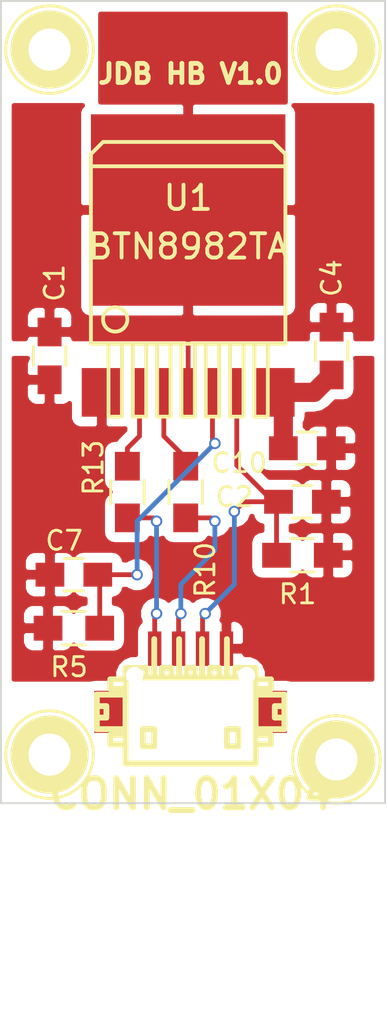
<source format=kicad_pcb>
(kicad_pcb (version 4) (host pcbnew 0.201508241000+6117~28~ubuntu14.04.1-product)

  (general
    (links 21)
    (no_connects 0)
    (area 140.665999 62.375 161.063 117.475001)
    (thickness 1.6)
    (drawings 6)
    (tracks 54)
    (zones 0)
    (modules 15)
    (nets 10)
  )

  (page A4)
  (layers
    (0 F.Cu signal)
    (31 B.Cu signal)
    (33 F.Adhes user)
    (35 F.Paste user)
    (37 F.SilkS user)
    (39 F.Mask user)
    (40 Dwgs.User user)
    (41 Cmts.User user)
    (42 Eco1.User user)
    (43 Eco2.User user)
    (44 Edge.Cuts user)
    (45 Margin user)
    (47 F.CrtYd user)
    (49 F.Fab user)
  )

  (setup
    (last_trace_width 0.25)
    (trace_clearance 0.2)
    (zone_clearance 0.508)
    (zone_45_only no)
    (trace_min 0.2)
    (segment_width 0.2)
    (edge_width 0.1)
    (via_size 0.6)
    (via_drill 0.4)
    (via_min_size 0.4)
    (via_min_drill 0.3)
    (uvia_size 0.3)
    (uvia_drill 0.1)
    (uvias_allowed no)
    (uvia_min_size 0.2)
    (uvia_min_drill 0.1)
    (pcb_text_width 0.3)
    (pcb_text_size 1.5 1.5)
    (mod_edge_width 0.15)
    (mod_text_size 1 1)
    (mod_text_width 0.15)
    (pad_size 4.064 4.064)
    (pad_drill 2.2)
    (pad_to_mask_clearance 0)
    (aux_axis_origin 0 0)
    (visible_elements FFFEFF7F)
    (pcbplotparams
      (layerselection 0x010a0_80000001)
      (usegerberextensions false)
      (excludeedgelayer true)
      (linewidth 0.100000)
      (plotframeref false)
      (viasonmask false)
      (mode 1)
      (useauxorigin false)
      (hpglpennumber 1)
      (hpglpenspeed 20)
      (hpglpendiameter 15)
      (hpglpenoverlay 2)
      (psnegative false)
      (psa4output false)
      (plotreference true)
      (plotvalue true)
      (plotinvisibletext false)
      (padsonsilk false)
      (subtractmaskfromsilk false)
      (outputformat 1)
      (mirror false)
      (drillshape 0)
      (scaleselection 1)
      (outputdirectory ""))
  )

  (net 0 "")
  (net 1 GND)
  (net 2 MOTOR_OUT)
  (net 3 VCC)
  (net 4 SR)
  (net 5 IS)
  (net 6 "Net-(P3-Pad3)")
  (net 7 INH)
  (net 8 IN)
  (net 9 "Net-(P3-Pad4)")

  (net_class Default "This is the default net class."
    (clearance 0.2)
    (trace_width 0.25)
    (via_dia 0.6)
    (via_drill 0.4)
    (uvia_dia 0.3)
    (uvia_drill 0.1)
    (add_net IN)
    (add_net INH)
    (add_net IS)
    (add_net MOTOR_OUT)
    (add_net "Net-(P3-Pad3)")
    (add_net "Net-(P3-Pad4)")
    (add_net SR)
  )

  (net_class Power ""
    (clearance 0.2)
    (trace_width 1)
    (via_dia 0.6)
    (via_drill 0.4)
    (uvia_dia 0.3)
    (uvia_drill 0.1)
    (add_net GND)
    (add_net VCC)
  )

  (module w_conn_df13:df13-4p-125h (layer F.Cu) (tedit 55E37FAE) (tstamp 55E25A27)
    (at 150.622 101.346)
    (descr "Hirose DF13 series, DF13-4P-1.25H")
    (path /55E24B63)
    (fp_text reference P3 (at 4.064 -5.588) (layer F.SilkS) hide
      (effects (font (thickness 0.3048)))
    )
    (fp_text value CONN_01X04 (at 0 4.09956) (layer F.SilkS)
      (effects (font (thickness 0.3048)))
    )
    (fp_line (start -3.40106 2.49936) (end 3.40106 2.49936) (layer F.SilkS) (width 0.3048))
    (fp_line (start -3.40106 -1.99898) (end 3.40106 -1.99898) (layer F.SilkS) (width 0.3048))
    (fp_line (start 1.00076 -1.99898) (end 1.00076 -2.49936) (layer F.SilkS) (width 0.3048))
    (fp_line (start 1.4986 -2.49936) (end 1.4986 -1.99898) (layer F.SilkS) (width 0.3048))
    (fp_line (start 0.99822 -2.49936) (end 1.4986 -2.49936) (layer F.SilkS) (width 0.3048))
    (fp_line (start -1.50114 -2.49936) (end -1.00076 -2.49936) (layer F.SilkS) (width 0.3048))
    (fp_line (start -1.00076 -2.49936) (end -1.00076 -1.99898) (layer F.SilkS) (width 0.3048))
    (fp_line (start 0.20066 -2.49936) (end -0.20066 -2.49936) (layer F.SilkS) (width 0.3048))
    (fp_line (start -0.20066 -2.49936) (end -0.20066 -1.99898) (layer F.SilkS) (width 0.3048))
    (fp_line (start 0.20066 -2.49936) (end 0.20066 -1.99898) (layer F.SilkS) (width 0.3048))
    (fp_line (start -0.59944 -1.99898) (end -0.59944 -4.0005) (layer F.SilkS) (width 0.3048))
    (fp_line (start -1.4986 -1.99898) (end -1.4986 -2.49936) (layer F.SilkS) (width 0.3048))
    (fp_line (start 0.59944 -1.99898) (end 0.59944 -4.0005) (layer F.SilkS) (width 0.3048))
    (fp_line (start -1.89738 -4.0005) (end -1.89738 -1.99898) (layer F.SilkS) (width 0.3048))
    (fp_line (start 1.89738 -1.99898) (end 1.89738 -4.0005) (layer F.SilkS) (width 0.3048))
    (fp_line (start 2.2987 -2.49936) (end 2.2987 -1.99898) (layer F.SilkS) (width 0.3048))
    (fp_line (start -2.2987 -2.49936) (end -2.2987 -1.99898) (layer F.SilkS) (width 0.3048))
    (fp_line (start 4.89712 0.70104) (end 3.49758 0.70104) (layer F.SilkS) (width 0.3048))
    (fp_line (start 4.39928 0.09906) (end 4.39928 -0.50038) (layer F.SilkS) (width 0.3048))
    (fp_line (start 4.89966 -0.50038) (end 4.39928 -0.50038) (layer F.SilkS) (width 0.3048))
    (fp_line (start 4.89966 0.09906) (end 4.39928 0.09906) (layer F.SilkS) (width 0.3048))
    (fp_line (start 4.19862 0.99822) (end 4.19862 1.4986) (layer F.SilkS) (width 0.3048))
    (fp_line (start 4.19862 1.4986) (end 3.39852 1.4986) (layer F.SilkS) (width 0.3048))
    (fp_line (start 3.39852 0.99822) (end 4.19862 0.99822) (layer F.SilkS) (width 0.3048))
    (fp_line (start 4.89966 -1.09982) (end 4.89966 0.70104) (layer F.SilkS) (width 0.3048))
    (fp_line (start 4.89712 -1.09982) (end 3.39852 -1.09982) (layer F.SilkS) (width 0.3048))
    (fp_line (start 3.39852 -1.89992) (end 4.19862 -1.89992) (layer F.SilkS) (width 0.3048))
    (fp_line (start 4.19862 -1.39954) (end 3.39852 -1.39954) (layer F.SilkS) (width 0.3048))
    (fp_line (start 4.19862 -1.89992) (end 4.19862 -1.39954) (layer F.SilkS) (width 0.3048))
    (fp_line (start -3.39852 1.00076) (end -4.19862 1.00076) (layer F.SilkS) (width 0.3048))
    (fp_line (start -4.19862 1.00076) (end -4.19862 1.50114) (layer F.SilkS) (width 0.3048))
    (fp_line (start -4.19862 1.50114) (end -3.39852 1.50114) (layer F.SilkS) (width 0.3048))
    (fp_line (start -4.19862 -1.89992) (end -4.19862 -1.39954) (layer F.SilkS) (width 0.3048))
    (fp_line (start -3.39852 -1.39954) (end -4.19862 -1.39954) (layer F.SilkS) (width 0.3048))
    (fp_line (start -4.19862 -1.89992) (end -3.39852 -1.89992) (layer F.SilkS) (width 0.3048))
    (fp_line (start -4.39674 0.09906) (end -4.89712 0.09906) (layer F.SilkS) (width 0.3048))
    (fp_line (start -4.39674 -0.50038) (end -4.89712 -0.50038) (layer F.SilkS) (width 0.3048))
    (fp_line (start -4.39674 0.09906) (end -4.39674 -0.50038) (layer F.SilkS) (width 0.3048))
    (fp_line (start -3.39852 -1.09982) (end -4.89712 -1.09982) (layer F.SilkS) (width 0.3048))
    (fp_line (start -4.89712 -1.09982) (end -4.89712 0.70104) (layer F.SilkS) (width 0.3048))
    (fp_line (start -4.89712 0.70104) (end -3.39852 0.70104) (layer F.SilkS) (width 0.3048))
    (fp_line (start 3.39852 -2.49936) (end 3.39852 2.49936) (layer F.SilkS) (width 0.3048))
    (fp_line (start -3.39852 2.49936) (end -3.39852 -2.49936) (layer F.SilkS) (width 0.3048))
    (fp_line (start 1.89738 0.6985) (end 2.49682 0.6985) (layer F.SilkS) (width 0.3048))
    (fp_line (start 2.49682 0.6985) (end 2.49682 1.6002) (layer F.SilkS) (width 0.3048))
    (fp_line (start 2.49682 1.6002) (end 1.89738 1.6002) (layer F.SilkS) (width 0.3048))
    (fp_line (start 1.89738 1.6002) (end 1.89738 0.6985) (layer F.SilkS) (width 0.3048))
    (fp_line (start -2.49682 1.6002) (end -1.89738 1.6002) (layer F.SilkS) (width 0.3048))
    (fp_line (start -1.89738 1.6002) (end -1.89738 0.6985) (layer F.SilkS) (width 0.3048))
    (fp_line (start -1.89738 0.6985) (end -2.49682 0.6985) (layer F.SilkS) (width 0.3048))
    (fp_line (start -2.49682 0.6985) (end -2.49682 1.6002) (layer F.SilkS) (width 0.3048))
    (fp_line (start -2.2987 -2.49936) (end -3.39852 -2.49936) (layer F.SilkS) (width 0.3048))
    (fp_line (start 3.39852 -2.49936) (end 2.2987 -2.49936) (layer F.SilkS) (width 0.3048))
    (pad 1 smd rect (at 1.87452 -3.50012) (size 0.70104 1.80086) (layers F.Cu F.Paste F.Mask)
      (net 1 GND))
    (pad 2 smd rect (at 0.62484 -3.50012) (size 0.70104 1.80086) (layers F.Cu F.Paste F.Mask)
      (net 5 IS))
    (pad "" smd rect (at -4.22402 -0.20066) (size 1.6002 2.19964) (layers F.Cu F.Paste F.Mask))
    (pad "" smd rect (at 4.22402 -0.20066) (size 1.6002 2.19964) (layers F.Cu F.Paste F.Mask))
    (pad 3 smd rect (at -0.62484 -3.50012) (size 0.70104 1.80086) (layers F.Cu F.Paste F.Mask)
      (net 6 "Net-(P3-Pad3)"))
    (pad 4 smd rect (at -1.87452 -3.50012) (size 0.70104 1.80086) (layers F.Cu F.Paste F.Mask)
      (net 9 "Net-(P3-Pad4)"))
    (pad "" np_thru_hole circle (at -2.92608 -2.10058) (size 0.89916 0.89916) (drill 0.89916) (layers *.Cu *.Mask F.SilkS))
    (pad "" np_thru_hole circle (at 2.92608 -2.10058) (size 0.89916 0.89916) (drill 0.89916) (layers *.Cu *.Mask F.SilkS))
    (model walter/conn_df13/df13-4p-125h.wrl
      (at (xyz 0 0 0))
      (scale (xyz 1 1 1))
      (rotate (xyz 0 0 0))
    )
  )

  (module Capacitors_SMD:C_0805_HandSoldering (layer F.Cu) (tedit 55E37F94) (tstamp 55E2572F)
    (at 143.256 82.55 90)
    (descr "Capacitor SMD 0805, hand soldering")
    (tags "capacitor 0805")
    (path /55DE1484)
    (attr smd)
    (fp_text reference C1 (at 3.81 0.254 90) (layer F.SilkS)
      (effects (font (size 1 1) (thickness 0.15)))
    )
    (fp_text value 220nF (at 0 2.1 90) (layer F.Fab)
      (effects (font (size 1 1) (thickness 0.15)))
    )
    (fp_line (start -2.3 -1) (end 2.3 -1) (layer F.CrtYd) (width 0.05))
    (fp_line (start -2.3 1) (end 2.3 1) (layer F.CrtYd) (width 0.05))
    (fp_line (start -2.3 -1) (end -2.3 1) (layer F.CrtYd) (width 0.05))
    (fp_line (start 2.3 -1) (end 2.3 1) (layer F.CrtYd) (width 0.05))
    (fp_line (start 0.5 -0.85) (end -0.5 -0.85) (layer F.SilkS) (width 0.15))
    (fp_line (start -0.5 0.85) (end 0.5 0.85) (layer F.SilkS) (width 0.15))
    (pad 1 smd rect (at -1.25 0 90) (size 1.5 1.25) (layers F.Cu F.Paste F.Mask)
      (net 1 GND))
    (pad 2 smd rect (at 1.25 0 90) (size 1.5 1.25) (layers F.Cu F.Paste F.Mask)
      (net 2 MOTOR_OUT))
    (model Capacitors_SMD.3dshapes/C_0805_HandSoldering.wrl
      (at (xyz 0 0 0))
      (scale (xyz 1 1 1))
      (rotate (xyz 0 0 0))
    )
  )

  (module Capacitors_SMD:C_0805_HandSoldering (layer F.Cu) (tedit 55E37F98) (tstamp 55E25735)
    (at 157.988 82.296 90)
    (descr "Capacitor SMD 0805, hand soldering")
    (tags "capacitor 0805")
    (path /55DE12C3)
    (attr smd)
    (fp_text reference C4 (at 3.81 0 90) (layer F.SilkS)
      (effects (font (size 1 1) (thickness 0.15)))
    )
    (fp_text value 220nF (at 0 2.1 90) (layer F.Fab)
      (effects (font (size 1 1) (thickness 0.15)))
    )
    (fp_line (start -2.3 -1) (end 2.3 -1) (layer F.CrtYd) (width 0.05))
    (fp_line (start -2.3 1) (end 2.3 1) (layer F.CrtYd) (width 0.05))
    (fp_line (start -2.3 -1) (end -2.3 1) (layer F.CrtYd) (width 0.05))
    (fp_line (start 2.3 -1) (end 2.3 1) (layer F.CrtYd) (width 0.05))
    (fp_line (start 0.5 -0.85) (end -0.5 -0.85) (layer F.SilkS) (width 0.15))
    (fp_line (start -0.5 0.85) (end 0.5 0.85) (layer F.SilkS) (width 0.15))
    (pad 1 smd rect (at -1.25 0 90) (size 1.5 1.25) (layers F.Cu F.Paste F.Mask)
      (net 3 VCC))
    (pad 2 smd rect (at 1.25 0 90) (size 1.5 1.25) (layers F.Cu F.Paste F.Mask)
      (net 2 MOTOR_OUT))
    (model Capacitors_SMD.3dshapes/C_0805_HandSoldering.wrl
      (at (xyz 0 0 0))
      (scale (xyz 1 1 1))
      (rotate (xyz 0 0 0))
    )
  )

  (module Capacitors_SMD:C_0805_HandSoldering (layer F.Cu) (tedit 55E37FB7) (tstamp 55E2573B)
    (at 144.526 93.98 180)
    (descr "Capacitor SMD 0805, hand soldering")
    (tags "capacitor 0805")
    (path /55DBEE61)
    (attr smd)
    (fp_text reference C7 (at 0.508 1.778 180) (layer F.SilkS)
      (effects (font (size 1 1) (thickness 0.15)))
    )
    (fp_text value 100nF (at 0 2.1 180) (layer F.Fab)
      (effects (font (size 1 1) (thickness 0.15)))
    )
    (fp_line (start -2.3 -1) (end 2.3 -1) (layer F.CrtYd) (width 0.05))
    (fp_line (start -2.3 1) (end 2.3 1) (layer F.CrtYd) (width 0.05))
    (fp_line (start -2.3 -1) (end -2.3 1) (layer F.CrtYd) (width 0.05))
    (fp_line (start 2.3 -1) (end 2.3 1) (layer F.CrtYd) (width 0.05))
    (fp_line (start 0.5 -0.85) (end -0.5 -0.85) (layer F.SilkS) (width 0.15))
    (fp_line (start -0.5 0.85) (end 0.5 0.85) (layer F.SilkS) (width 0.15))
    (pad 1 smd rect (at -1.25 0 180) (size 1.5 1.25) (layers F.Cu F.Paste F.Mask)
      (net 4 SR))
    (pad 2 smd rect (at 1.25 0 180) (size 1.5 1.25) (layers F.Cu F.Paste F.Mask)
      (net 1 GND))
    (model Capacitors_SMD.3dshapes/C_0805_HandSoldering.wrl
      (at (xyz 0 0 0))
      (scale (xyz 1 1 1))
      (rotate (xyz 0 0 0))
    )
  )

  (module Capacitors_SMD:C_0805_HandSoldering (layer F.Cu) (tedit 55E37FC5) (tstamp 55E25741)
    (at 156.718 87.376)
    (descr "Capacitor SMD 0805, hand soldering")
    (tags "capacitor 0805")
    (path /55DEF47B)
    (attr smd)
    (fp_text reference C10 (at -3.556 0.762) (layer F.SilkS)
      (effects (font (size 1 1) (thickness 0.15)))
    )
    (fp_text value 100nF (at 0 2.1) (layer F.Fab)
      (effects (font (size 1 1) (thickness 0.15)))
    )
    (fp_line (start -2.3 -1) (end 2.3 -1) (layer F.CrtYd) (width 0.05))
    (fp_line (start -2.3 1) (end 2.3 1) (layer F.CrtYd) (width 0.05))
    (fp_line (start -2.3 -1) (end -2.3 1) (layer F.CrtYd) (width 0.05))
    (fp_line (start 2.3 -1) (end 2.3 1) (layer F.CrtYd) (width 0.05))
    (fp_line (start 0.5 -0.85) (end -0.5 -0.85) (layer F.SilkS) (width 0.15))
    (fp_line (start -0.5 0.85) (end 0.5 0.85) (layer F.SilkS) (width 0.15))
    (pad 1 smd rect (at -1.25 0) (size 1.5 1.25) (layers F.Cu F.Paste F.Mask)
      (net 3 VCC))
    (pad 2 smd rect (at 1.25 0) (size 1.5 1.25) (layers F.Cu F.Paste F.Mask)
      (net 1 GND))
    (model Capacitors_SMD.3dshapes/C_0805_HandSoldering.wrl
      (at (xyz 0 0 0))
      (scale (xyz 1 1 1))
      (rotate (xyz 0 0 0))
    )
  )

  (module Resistors_SMD:R_0805_HandSoldering (layer F.Cu) (tedit 55E37FBA) (tstamp 55E25753)
    (at 156.464 92.964)
    (descr "Resistor SMD 0805, hand soldering")
    (tags "resistor 0805")
    (path /55DE33DD)
    (attr smd)
    (fp_text reference R1 (at -0.254 2.032) (layer F.SilkS)
      (effects (font (size 1 1) (thickness 0.15)))
    )
    (fp_text value 1k (at 0 2.1) (layer F.Fab)
      (effects (font (size 1 1) (thickness 0.15)))
    )
    (fp_line (start -2.4 -1) (end 2.4 -1) (layer F.CrtYd) (width 0.05))
    (fp_line (start -2.4 1) (end 2.4 1) (layer F.CrtYd) (width 0.05))
    (fp_line (start -2.4 -1) (end -2.4 1) (layer F.CrtYd) (width 0.05))
    (fp_line (start 2.4 -1) (end 2.4 1) (layer F.CrtYd) (width 0.05))
    (fp_line (start 0.6 0.875) (end -0.6 0.875) (layer F.SilkS) (width 0.15))
    (fp_line (start -0.6 -0.875) (end 0.6 -0.875) (layer F.SilkS) (width 0.15))
    (pad 1 smd rect (at -1.35 0) (size 1.5 1.3) (layers F.Cu F.Paste F.Mask)
      (net 5 IS))
    (pad 2 smd rect (at 1.35 0) (size 1.5 1.3) (layers F.Cu F.Paste F.Mask)
      (net 1 GND))
    (model Resistors_SMD.3dshapes/R_0805_HandSoldering.wrl
      (at (xyz 0 0 0))
      (scale (xyz 1 1 1))
      (rotate (xyz 0 0 0))
    )
  )

  (module Resistors_SMD:R_0805_HandSoldering (layer F.Cu) (tedit 55E37FB4) (tstamp 55E25759)
    (at 144.526 96.774 180)
    (descr "Resistor SMD 0805, hand soldering")
    (tags "resistor 0805")
    (path /55DBED84)
    (attr smd)
    (fp_text reference R5 (at 0.254 -2.032 180) (layer F.SilkS)
      (effects (font (size 1 1) (thickness 0.15)))
    )
    (fp_text value 0.51k (at 0 2.1 180) (layer F.Fab)
      (effects (font (size 1 1) (thickness 0.15)))
    )
    (fp_line (start -2.4 -1) (end 2.4 -1) (layer F.CrtYd) (width 0.05))
    (fp_line (start -2.4 1) (end 2.4 1) (layer F.CrtYd) (width 0.05))
    (fp_line (start -2.4 -1) (end -2.4 1) (layer F.CrtYd) (width 0.05))
    (fp_line (start 2.4 -1) (end 2.4 1) (layer F.CrtYd) (width 0.05))
    (fp_line (start 0.6 0.875) (end -0.6 0.875) (layer F.SilkS) (width 0.15))
    (fp_line (start -0.6 -0.875) (end 0.6 -0.875) (layer F.SilkS) (width 0.15))
    (pad 1 smd rect (at -1.35 0 180) (size 1.5 1.3) (layers F.Cu F.Paste F.Mask)
      (net 4 SR))
    (pad 2 smd rect (at 1.35 0 180) (size 1.5 1.3) (layers F.Cu F.Paste F.Mask)
      (net 1 GND))
    (model Resistors_SMD.3dshapes/R_0805_HandSoldering.wrl
      (at (xyz 0 0 0))
      (scale (xyz 1 1 1))
      (rotate (xyz 0 0 0))
    )
  )

  (module Resistors_SMD:R_0805_HandSoldering (layer F.Cu) (tedit 55E37FC9) (tstamp 55E2575F)
    (at 150.368 89.662 90)
    (descr "Resistor SMD 0805, hand soldering")
    (tags "resistor 0805")
    (path /55DD4622)
    (attr smd)
    (fp_text reference R10 (at -4.064 1.016 90) (layer F.SilkS)
      (effects (font (size 1 1) (thickness 0.15)))
    )
    (fp_text value 10k (at 0 2.1 90) (layer F.Fab)
      (effects (font (size 1 1) (thickness 0.15)))
    )
    (fp_line (start -2.4 -1) (end 2.4 -1) (layer F.CrtYd) (width 0.05))
    (fp_line (start -2.4 1) (end 2.4 1) (layer F.CrtYd) (width 0.05))
    (fp_line (start -2.4 -1) (end -2.4 1) (layer F.CrtYd) (width 0.05))
    (fp_line (start 2.4 -1) (end 2.4 1) (layer F.CrtYd) (width 0.05))
    (fp_line (start 0.6 0.875) (end -0.6 0.875) (layer F.SilkS) (width 0.15))
    (fp_line (start -0.6 -0.875) (end 0.6 -0.875) (layer F.SilkS) (width 0.15))
    (pad 1 smd rect (at -1.35 0 90) (size 1.5 1.3) (layers F.Cu F.Paste F.Mask)
      (net 6 "Net-(P3-Pad3)"))
    (pad 2 smd rect (at 1.35 0 90) (size 1.5 1.3) (layers F.Cu F.Paste F.Mask)
      (net 7 INH))
    (model Resistors_SMD.3dshapes/R_0805_HandSoldering.wrl
      (at (xyz 0 0 0))
      (scale (xyz 1 1 1))
      (rotate (xyz 0 0 0))
    )
  )

  (module Resistors_SMD:R_0805_HandSoldering (layer F.Cu) (tedit 55E37FCC) (tstamp 55E25765)
    (at 147.32 89.662 90)
    (descr "Resistor SMD 0805, hand soldering")
    (tags "resistor 0805")
    (path /55DD44FF)
    (attr smd)
    (fp_text reference R13 (at 1.27 -1.778 90) (layer F.SilkS)
      (effects (font (size 1 1) (thickness 0.15)))
    )
    (fp_text value 10k (at 0 2.1 90) (layer F.Fab)
      (effects (font (size 1 1) (thickness 0.15)))
    )
    (fp_line (start -2.4 -1) (end 2.4 -1) (layer F.CrtYd) (width 0.05))
    (fp_line (start -2.4 1) (end 2.4 1) (layer F.CrtYd) (width 0.05))
    (fp_line (start -2.4 -1) (end -2.4 1) (layer F.CrtYd) (width 0.05))
    (fp_line (start 2.4 -1) (end 2.4 1) (layer F.CrtYd) (width 0.05))
    (fp_line (start 0.6 0.875) (end -0.6 0.875) (layer F.SilkS) (width 0.15))
    (fp_line (start -0.6 -0.875) (end 0.6 -0.875) (layer F.SilkS) (width 0.15))
    (pad 1 smd rect (at -1.35 0 90) (size 1.5 1.3) (layers F.Cu F.Paste F.Mask)
      (net 9 "Net-(P3-Pad4)"))
    (pad 2 smd rect (at 1.35 0 90) (size 1.5 1.3) (layers F.Cu F.Paste F.Mask)
      (net 8 IN))
    (model Resistors_SMD.3dshapes/R_0805_HandSoldering.wrl
      (at (xyz 0 0 0))
      (scale (xyz 1 1 1))
      (rotate (xyz 0 0 0))
    )
  )

  (module Capacitors_SMD:C_0805_HandSoldering (layer F.Cu) (tedit 55E37FC0) (tstamp 55E25A16)
    (at 156.464 90.17)
    (descr "Capacitor SMD 0805, hand soldering")
    (tags "capacitor 0805")
    (path /55E2466B)
    (attr smd)
    (fp_text reference C2 (at -3.556 -0.254) (layer F.SilkS)
      (effects (font (size 1 1) (thickness 0.15)))
    )
    (fp_text value 1nF (at 0 2.1) (layer F.Fab)
      (effects (font (size 1 1) (thickness 0.15)))
    )
    (fp_line (start -2.3 -1) (end 2.3 -1) (layer F.CrtYd) (width 0.05))
    (fp_line (start -2.3 1) (end 2.3 1) (layer F.CrtYd) (width 0.05))
    (fp_line (start -2.3 -1) (end -2.3 1) (layer F.CrtYd) (width 0.05))
    (fp_line (start 2.3 -1) (end 2.3 1) (layer F.CrtYd) (width 0.05))
    (fp_line (start 0.5 -0.85) (end -0.5 -0.85) (layer F.SilkS) (width 0.15))
    (fp_line (start -0.5 0.85) (end 0.5 0.85) (layer F.SilkS) (width 0.15))
    (pad 1 smd rect (at -1.25 0) (size 1.5 1.25) (layers F.Cu F.Paste F.Mask)
      (net 5 IS))
    (pad 2 smd rect (at 1.25 0) (size 1.5 1.25) (layers F.Cu F.Paste F.Mask)
      (net 1 GND))
    (model Capacitors_SMD.3dshapes/C_0805_HandSoldering.wrl
      (at (xyz 0 0 0))
      (scale (xyz 1 1 1))
      (rotate (xyz 0 0 0))
    )
  )

  (module bbot_footprints:1pin (layer F.Cu) (tedit 55E3643D) (tstamp 55E3604E)
    (at 143.256 103.378)
    (descr "module 1 pin (ou trou mecanique de percage)")
    (tags DEV)
    (fp_text reference REF** (at 0 -3.048) (layer F.SilkS) hide
      (effects (font (size 1 1) (thickness 0.15)))
    )
    (fp_text value 1pin (at 0 2.794) (layer F.Fab)
      (effects (font (size 1 1) (thickness 0.15)))
    )
    (fp_circle (center 0 0) (end 0 -2.286) (layer F.SilkS) (width 0.15))
    (pad 1 thru_hole circle (at 0 0) (size 4.064 4.064) (drill 2.2) (layers *.Cu *.Mask F.SilkS))
  )

  (module bbot_footprints:1pin (layer F.Cu) (tedit 55E36441) (tstamp 55E36054)
    (at 158.242 103.632)
    (descr "module 1 pin (ou trou mecanique de percage)")
    (tags DEV)
    (fp_text reference REF** (at 0 -3.048) (layer F.SilkS) hide
      (effects (font (size 1 1) (thickness 0.15)))
    )
    (fp_text value 1pin (at 0 2.794) (layer F.Fab)
      (effects (font (size 1 1) (thickness 0.15)))
    )
    (fp_circle (center 0 0) (end 0 -2.286) (layer F.SilkS) (width 0.15))
    (pad 1 thru_hole circle (at 0 0) (size 4.064 4.064) (drill 2.2) (layers *.Cu *.Mask F.SilkS))
  )

  (module bbot_footprints:1pin (layer F.Cu) (tedit 55E36435) (tstamp 55E3605A)
    (at 158.242 66.548)
    (descr "module 1 pin (ou trou mecanique de percage)")
    (tags DEV)
    (fp_text reference REF** (at 0 -3.048) (layer F.SilkS) hide
      (effects (font (size 1 1) (thickness 0.15)))
    )
    (fp_text value 1pin (at 0 2.794) (layer F.Fab)
      (effects (font (size 1 1) (thickness 0.15)))
    )
    (fp_circle (center 0 0) (end 0 -2.286) (layer F.SilkS) (width 0.15))
    (pad 1 thru_hole circle (at 0 0) (size 4.064 4.064) (drill 2.2) (layers *.Cu *.Mask F.SilkS))
  )

  (module bbot_footprints:1pin (layer F.Cu) (tedit 55E36430) (tstamp 55E36060)
    (at 143.256 66.548)
    (descr "module 1 pin (ou trou mecanique de percage)")
    (tags DEV)
    (fp_text reference REF** (at 0 -3.048) (layer F.SilkS) hide
      (effects (font (size 1 1) (thickness 0.15)))
    )
    (fp_text value 1pin (at 0 2.794) (layer F.Fab)
      (effects (font (size 1 1) (thickness 0.15)))
    )
    (fp_circle (center 0 0) (end 0 -2.286) (layer F.SilkS) (width 0.15))
    (pad 1 thru_hole circle (at 0 0) (size 4.064 4.064) (drill 2.2) (layers *.Cu *.Mask F.SilkS))
  )

  (module bbot_footprints:BTN8982 (layer F.Cu) (tedit 55E37B4E) (tstamp 55E25771)
    (at 150.495 84.455)
    (path /55DE2F00)
    (attr smd)
    (fp_text reference U1 (at 0 -10.16) (layer F.SilkS)
      (effects (font (size 1.27 1.27) (thickness 0.2)))
    )
    (fp_text value BTN8982TA (at 0 -7.62) (layer F.SilkS)
      (effects (font (size 1.27 1.27) (thickness 0.2)))
    )
    (fp_line (start 3.46 -2.54) (end 3.46 1.27) (layer F.SilkS) (width 0.2))
    (fp_line (start 3.46 1.27) (end 4.16 1.27) (layer F.SilkS) (width 0.2))
    (fp_line (start 4.16 1.27) (end 4.16 -2.54) (layer F.SilkS) (width 0.2))
    (fp_line (start 2.19 -2.54) (end 2.19 1.27) (layer F.SilkS) (width 0.2))
    (fp_line (start 2.19 1.27) (end 2.89 1.27) (layer F.SilkS) (width 0.2))
    (fp_line (start 2.89 1.27) (end 2.89 -2.54) (layer F.SilkS) (width 0.2))
    (fp_line (start 0.92 -2.54) (end 0.92 1.27) (layer F.SilkS) (width 0.2))
    (fp_line (start 0.92 1.27) (end 1.62 1.27) (layer F.SilkS) (width 0.2))
    (fp_line (start 1.62 1.27) (end 1.62 -2.54) (layer F.SilkS) (width 0.2))
    (fp_line (start -0.35 -2.54) (end -0.35 1.27) (layer F.SilkS) (width 0.2))
    (fp_line (start -0.35 1.27) (end 0.35 1.27) (layer F.SilkS) (width 0.2))
    (fp_line (start 0.35 1.27) (end 0.35 -2.54) (layer F.SilkS) (width 0.2))
    (fp_line (start -1.62 -2.54) (end -1.62 1.27) (layer F.SilkS) (width 0.2))
    (fp_line (start -1.62 1.27) (end -0.92 1.27) (layer F.SilkS) (width 0.2))
    (fp_line (start -0.92 1.27) (end -0.92 -2.54) (layer F.SilkS) (width 0.2))
    (fp_line (start -2.89 -2.54) (end -2.89 1.27) (layer F.SilkS) (width 0.2))
    (fp_line (start -2.89 1.27) (end -2.19 1.27) (layer F.SilkS) (width 0.2))
    (fp_line (start -2.19 1.27) (end -2.19 -2.54) (layer F.SilkS) (width 0.2))
    (fp_line (start -4.16 -2.54) (end -4.16 1.27) (layer F.SilkS) (width 0.2))
    (fp_line (start -4.16 1.27) (end -3.46 1.27) (layer F.SilkS) (width 0.2))
    (fp_line (start -3.46 1.27) (end -3.46 -2.54) (layer F.SilkS) (width 0.2))
    (fp_circle (center -3.81 -3.81) (end -4.445 -3.81) (layer F.SilkS) (width 0.2))
    (fp_line (start -5.08 -11.811) (end -5.08 -12.446) (layer F.SilkS) (width 0.2))
    (fp_line (start -5.08 -12.446) (end -4.445 -13.081) (layer F.SilkS) (width 0.2))
    (fp_line (start -4.445 -13.081) (end 4.445 -13.081) (layer F.SilkS) (width 0.2))
    (fp_line (start 4.445 -13.081) (end 5.08 -12.446) (layer F.SilkS) (width 0.2))
    (fp_line (start 5.08 -12.446) (end 5.08 -11.811) (layer F.SilkS) (width 0.2))
    (fp_line (start -5.08 -2.54) (end 5.08 -2.54) (layer F.SilkS) (width 0.2))
    (fp_line (start 5.08 -2.54) (end 5.08 -11.811) (layer F.SilkS) (width 0.2))
    (fp_line (start 5.08 -11.811) (end -5.08 -11.811) (layer F.SilkS) (width 0.2))
    (fp_line (start -5.08 -11.811) (end -5.08 -2.54) (layer F.SilkS) (width 0.2))
    (pad 4 smd rect (at 0 -9.525) (size 10.16 10) (layers F.Cu F.Paste F.Mask)
      (net 2 MOTOR_OUT))
    (pad 1 smd rect (at -4.51 0) (size 2.1 2.54) (layers F.Cu F.Paste F.Mask)
      (net 1 GND))
    (pad 2 smd rect (at -2.54 0) (size 0.7 2.54) (layers F.Cu F.Paste F.Mask)
      (net 8 IN))
    (pad 3 smd rect (at -1.27 0) (size 0.7 2.54) (layers F.Cu F.Paste F.Mask)
      (net 7 INH))
    (pad 4 smd rect (at 0 0) (size 0.7 2.54) (layers F.Cu F.Paste F.Mask)
      (net 2 MOTOR_OUT))
    (pad 5 smd rect (at 1.27 0) (size 0.7 2.54) (layers F.Cu F.Paste F.Mask)
      (net 4 SR))
    (pad 6 smd rect (at 2.54 0) (size 0.7 2.54) (layers F.Cu F.Paste F.Mask)
      (net 5 IS))
    (pad 7 smd rect (at 4.51 0) (size 2.1 2.54) (layers F.Cu F.Paste F.Mask)
      (net 3 VCC))
  )

  (gr_line (start 140.716 105.918) (end 143.256 105.918) (angle 90) (layer Edge.Cuts) (width 0.1))
  (gr_line (start 140.716 64.008) (end 140.716 105.918) (angle 90) (layer Edge.Cuts) (width 0.1))
  (gr_line (start 160.782 64.008) (end 140.716 64.008) (angle 90) (layer Edge.Cuts) (width 0.1))
  (gr_line (start 160.782 105.918) (end 160.782 64.008) (angle 90) (layer Edge.Cuts) (width 0.1))
  (gr_line (start 143.256 105.918) (end 160.782 105.918) (angle 90) (layer Edge.Cuts) (width 0.1))
  (gr_text "JDB HB V1.0" (at 150.622 67.818) (layer F.SilkS)
    (effects (font (size 1 1) (thickness 0.25)))
  )

  (segment (start 142.875 71.12) (end 142.875 71.755) (width 0.25) (layer In2.Cu) (net 0))
  (segment (start 142.875 71.755) (end 142.875 71.12) (width 0.25) (layer In2.Cu) (net 0) (tstamp 55E26D5F))
  (segment (start 150.495 84.455) (end 150.495 79.883) (width 0.25) (layer F.Cu) (net 2))
  (segment (start 150.495 79.883) (end 150.622 79.756) (width 0.25) (layer F.Cu) (net 2) (tstamp 55E36FEF))
  (segment (start 155.468 87.376) (end 155.468 84.918) (width 1) (layer F.Cu) (net 3))
  (segment (start 155.468 84.918) (end 155.005 84.455) (width 1) (layer F.Cu) (net 3) (tstamp 55E37CB4))
  (segment (start 155.005 84.455) (end 157.079 84.455) (width 1) (layer F.Cu) (net 3))
  (segment (start 157.079 84.455) (end 157.988 83.546) (width 1) (layer F.Cu) (net 3) (tstamp 55E37C35))
  (segment (start 151.765 84.455) (end 151.765 86.995) (width 0.25) (layer F.Cu) (net 4))
  (segment (start 147.828 93.98) (end 145.776 93.98) (width 0.25) (layer F.Cu) (net 4) (tstamp 55E36B43))
  (via (at 147.828 93.98) (size 0.6) (drill 0.4) (layers F.Cu B.Cu) (net 4))
  (segment (start 147.828 91.186) (end 147.828 93.98) (width 0.25) (layer B.Cu) (net 4) (tstamp 55E36B3E))
  (segment (start 151.892 87.122) (end 147.828 91.186) (width 0.25) (layer B.Cu) (net 4) (tstamp 55E36B3D))
  (via (at 151.892 87.122) (size 0.6) (drill 0.4) (layers F.Cu B.Cu) (net 4))
  (segment (start 151.765 86.995) (end 151.892 87.122) (width 0.25) (layer F.Cu) (net 4) (tstamp 55E36B38))
  (segment (start 145.876 96.774) (end 145.876 94.08) (width 0.25) (layer F.Cu) (net 4))
  (segment (start 145.876 94.08) (end 145.776 93.98) (width 0.25) (layer F.Cu) (net 4) (tstamp 55E36A8D))
  (segment (start 151.892 84.582) (end 151.765 84.455) (width 0.25) (layer F.Cu) (net 4) (tstamp 55E290BE))
  (segment (start 155.214 90.17) (end 154.94 90.17) (width 0.25) (layer F.Cu) (net 5))
  (segment (start 154.94 90.17) (end 153.035 88.265) (width 0.25) (layer F.Cu) (net 5) (tstamp 55E37CA9))
  (segment (start 153.035 88.265) (end 153.035 84.455) (width 0.25) (layer F.Cu) (net 5) (tstamp 55E37CAB))
  (segment (start 155.214 90.17) (end 153.416 90.17) (width 0.25) (layer F.Cu) (net 5))
  (segment (start 151.24684 96.14916) (end 151.384 96.012) (width 0.25) (layer F.Cu) (net 5) (tstamp 55E37C85))
  (via (at 151.384 96.012) (size 0.6) (drill 0.4) (layers F.Cu B.Cu) (net 5))
  (segment (start 151.384 96.012) (end 152.908 94.488) (width 0.25) (layer B.Cu) (net 5) (tstamp 55E37C8C))
  (segment (start 152.908 94.488) (end 152.908 90.678) (width 0.25) (layer B.Cu) (net 5) (tstamp 55E37C8D))
  (via (at 152.908 90.678) (size 0.6) (drill 0.4) (layers F.Cu B.Cu) (net 5))
  (segment (start 151.24684 96.14916) (end 151.24684 97.84588) (width 0.25) (layer F.Cu) (net 5))
  (segment (start 153.416 90.17) (end 152.908 90.678) (width 0.25) (layer F.Cu) (net 5) (tstamp 55E37CA5))
  (segment (start 155.114 92.964) (end 155.114 90.27) (width 0.25) (layer F.Cu) (net 5))
  (segment (start 155.114 90.27) (end 155.214 90.17) (width 0.25) (layer F.Cu) (net 5) (tstamp 55E37CA1))
  (segment (start 150.368 91.012) (end 151.718 91.012) (width 0.25) (layer F.Cu) (net 6))
  (segment (start 149.99716 96.12884) (end 149.99716 97.84588) (width 0.25) (layer F.Cu) (net 6) (tstamp 55E36F6A))
  (segment (start 150.114 96.012) (end 149.99716 96.12884) (width 0.25) (layer F.Cu) (net 6) (tstamp 55E36F69))
  (via (at 150.114 96.012) (size 0.6) (drill 0.4) (layers F.Cu B.Cu) (net 6))
  (segment (start 150.114 94.488) (end 150.114 96.012) (width 0.25) (layer B.Cu) (net 6) (tstamp 55E36F61))
  (segment (start 151.892 92.71) (end 150.114 94.488) (width 0.25) (layer B.Cu) (net 6) (tstamp 55E36F60))
  (segment (start 151.892 91.186) (end 151.892 92.71) (width 0.25) (layer B.Cu) (net 6) (tstamp 55E36F5F))
  (via (at 151.892 91.186) (size 0.6) (drill 0.4) (layers F.Cu B.Cu) (net 6))
  (segment (start 151.718 91.012) (end 151.892 91.186) (width 0.25) (layer F.Cu) (net 6) (tstamp 55E36F5C))
  (segment (start 149.99716 91.38284) (end 150.368 91.012) (width 0.25) (layer F.Cu) (net 6) (tstamp 55E36D68))
  (segment (start 150.368 88.312) (end 150.368 87.884) (width 0.25) (layer F.Cu) (net 7))
  (segment (start 150.368 87.884) (end 149.225 86.741) (width 0.25) (layer F.Cu) (net 7) (tstamp 55E36CEF))
  (segment (start 149.225 86.741) (end 149.225 84.455) (width 0.25) (layer F.Cu) (net 7) (tstamp 55E36CF2))
  (segment (start 147.32 88.312) (end 147.32 87.376) (width 0.25) (layer F.Cu) (net 8))
  (segment (start 147.955 86.741) (end 147.955 84.455) (width 0.25) (layer F.Cu) (net 8) (tstamp 55E36A82))
  (segment (start 147.32 87.376) (end 147.955 86.741) (width 0.25) (layer F.Cu) (net 8) (tstamp 55E36A81))
  (segment (start 147.32 91.012) (end 148.67 91.012) (width 0.25) (layer F.Cu) (net 9))
  (segment (start 148.74748 96.10852) (end 148.74748 97.84588) (width 0.25) (layer F.Cu) (net 9) (tstamp 55E36F57))
  (segment (start 148.844 96.012) (end 148.74748 96.10852) (width 0.25) (layer F.Cu) (net 9) (tstamp 55E36F56))
  (via (at 148.844 96.012) (size 0.6) (drill 0.4) (layers F.Cu B.Cu) (net 9))
  (segment (start 148.844 91.186) (end 148.844 96.012) (width 0.25) (layer B.Cu) (net 9) (tstamp 55E36F53))
  (via (at 148.844 91.186) (size 0.6) (drill 0.4) (layers F.Cu B.Cu) (net 9))
  (segment (start 148.67 91.012) (end 148.844 91.186) (width 0.25) (layer F.Cu) (net 9) (tstamp 55E36F4B))

  (zone (net 1) (net_name GND) (layer In2.Cu) (tstamp 55E26A92) (hatch edge 0.508)
    (connect_pads (clearance 0.508))
    (min_thickness 0.254)
    (fill yes (arc_segments 16) (thermal_gap 0.508) (thermal_bridge_width 0.508))
    (polygon
      (pts
        (xy 160.655 117.475) (xy 140.97 117.475) (xy 140.97 64.135) (xy 160.655 64.135) (xy 160.655 117.475)
      )
    )
  )
  (zone (net 3) (net_name VCC) (layer In1.Cu) (tstamp 55E26AD3) (hatch edge 0.508)
    (connect_pads (clearance 0.508))
    (min_thickness 0.254)
    (fill yes (arc_segments 16) (thermal_gap 0.508) (thermal_bridge_width 0.508))
    (polygon
      (pts
        (xy 160.655 117.475) (xy 140.97 117.475) (xy 140.97 64.135) (xy 160.655 64.135) (xy 160.655 117.475)
      )
    )
  )
  (zone (net 1) (net_name GND) (layer F.Cu) (tstamp 55E363A9) (hatch edge 0.508)
    (connect_pads (clearance 0.508))
    (min_thickness 0.254)
    (fill yes (arc_segments 16) (thermal_gap 0.508) (thermal_bridge_width 0.508))
    (polygon
      (pts
        (xy 160.528 99.568) (xy 140.97 99.568) (xy 140.97 82.55) (xy 160.528 82.55) (xy 160.528 99.568)
      )
    )
    (filled_polygon
      (pts
        (xy 142.092673 82.690302) (xy 141.996 82.923691) (xy 141.996 83.51425) (xy 142.15475 83.673) (xy 143.129 83.673)
        (xy 143.129 83.653) (xy 143.383 83.653) (xy 143.383 83.673) (xy 143.403 83.673) (xy 143.403 83.927)
        (xy 143.383 83.927) (xy 143.383 85.02625) (xy 143.54175 85.185) (xy 144.00731 85.185) (xy 144.240699 85.088327)
        (xy 144.3 85.029026) (xy 144.3 85.85131) (xy 144.396673 86.084699) (xy 144.575302 86.263327) (xy 144.808691 86.36)
        (xy 145.69925 86.36) (xy 145.858 86.20125) (xy 145.858 84.582) (xy 145.838 84.582) (xy 145.838 84.328)
        (xy 145.858 84.328) (xy 145.858 84.308) (xy 146.112 84.308) (xy 146.112 84.328) (xy 146.132 84.328)
        (xy 146.132 84.582) (xy 146.112 84.582) (xy 146.112 86.20125) (xy 146.27075 86.36) (xy 147.161309 86.36)
        (xy 147.195 86.346045) (xy 147.195 86.426198) (xy 146.782599 86.838599) (xy 146.731844 86.91456) (xy 146.67 86.91456)
        (xy 146.434683 86.958838) (xy 146.218559 87.09791) (xy 146.073569 87.31011) (xy 146.02256 87.562) (xy 146.02256 89.062)
        (xy 146.066838 89.297317) (xy 146.20591 89.513441) (xy 146.41811 89.658431) (xy 146.431197 89.661081) (xy 146.218559 89.79791)
        (xy 146.073569 90.01011) (xy 146.02256 90.262) (xy 146.02256 91.762) (xy 146.066838 91.997317) (xy 146.20591 92.213441)
        (xy 146.41811 92.358431) (xy 146.67 92.40944) (xy 147.97 92.40944) (xy 148.205317 92.365162) (xy 148.421441 92.22609)
        (xy 148.529568 92.06784) (xy 148.657201 92.120838) (xy 149.029167 92.121162) (xy 149.159798 92.067187) (xy 149.25391 92.213441)
        (xy 149.46611 92.358431) (xy 149.718 92.40944) (xy 151.018 92.40944) (xy 151.253317 92.365162) (xy 151.469441 92.22609)
        (xy 151.577568 92.06784) (xy 151.705201 92.120838) (xy 152.077167 92.121162) (xy 152.420943 91.979117) (xy 152.684192 91.716327)
        (xy 152.727162 91.612843) (xy 153.093167 91.613162) (xy 153.436943 91.471117) (xy 153.700192 91.208327) (xy 153.815764 90.93)
        (xy 153.841962 90.93) (xy 153.860838 91.030317) (xy 153.99991 91.246441) (xy 154.21211 91.391431) (xy 154.354 91.420164)
        (xy 154.354 91.668442) (xy 154.128683 91.710838) (xy 153.912559 91.84991) (xy 153.767569 92.06211) (xy 153.71656 92.314)
        (xy 153.71656 93.614) (xy 153.760838 93.849317) (xy 153.89991 94.065441) (xy 154.11211 94.210431) (xy 154.364 94.26144)
        (xy 155.864 94.26144) (xy 156.099317 94.217162) (xy 156.315441 94.07809) (xy 156.460431 93.86589) (xy 156.467191 93.83251)
        (xy 156.525673 93.973699) (xy 156.704302 94.152327) (xy 156.937691 94.249) (xy 157.52825 94.249) (xy 157.687 94.09025)
        (xy 157.687 93.091) (xy 157.941 93.091) (xy 157.941 94.09025) (xy 158.09975 94.249) (xy 158.690309 94.249)
        (xy 158.923698 94.152327) (xy 159.102327 93.973699) (xy 159.199 93.74031) (xy 159.199 93.24975) (xy 159.04025 93.091)
        (xy 157.941 93.091) (xy 157.687 93.091) (xy 157.667 93.091) (xy 157.667 92.837) (xy 157.687 92.837)
        (xy 157.687 91.83775) (xy 157.941 91.83775) (xy 157.941 92.837) (xy 159.04025 92.837) (xy 159.199 92.67825)
        (xy 159.199 92.18769) (xy 159.102327 91.954301) (xy 158.923698 91.775673) (xy 158.690309 91.679) (xy 158.09975 91.679)
        (xy 157.941 91.83775) (xy 157.687 91.83775) (xy 157.52825 91.679) (xy 156.937691 91.679) (xy 156.704302 91.775673)
        (xy 156.525673 91.954301) (xy 156.469346 92.090287) (xy 156.467162 92.078683) (xy 156.32809 91.862559) (xy 156.11589 91.717569)
        (xy 155.874 91.668585) (xy 155.874 91.44244) (xy 155.964 91.44244) (xy 156.199317 91.398162) (xy 156.415441 91.25909)
        (xy 156.461969 91.190994) (xy 156.604302 91.333327) (xy 156.837691 91.43) (xy 157.42825 91.43) (xy 157.587 91.27125)
        (xy 157.587 90.297) (xy 157.841 90.297) (xy 157.841 91.27125) (xy 157.99975 91.43) (xy 158.590309 91.43)
        (xy 158.823698 91.333327) (xy 159.002327 91.154699) (xy 159.099 90.92131) (xy 159.099 90.45575) (xy 158.94025 90.297)
        (xy 157.841 90.297) (xy 157.587 90.297) (xy 157.567 90.297) (xy 157.567 90.043) (xy 157.587 90.043)
        (xy 157.587 89.06875) (xy 157.841 89.06875) (xy 157.841 90.043) (xy 158.94025 90.043) (xy 159.099 89.88425)
        (xy 159.099 89.41869) (xy 159.002327 89.185301) (xy 158.823698 89.006673) (xy 158.590309 88.91) (xy 157.99975 88.91)
        (xy 157.841 89.06875) (xy 157.587 89.06875) (xy 157.42825 88.91) (xy 156.837691 88.91) (xy 156.604302 89.006673)
        (xy 156.463064 89.14791) (xy 156.42809 89.093559) (xy 156.21589 88.948569) (xy 155.964 88.89756) (xy 154.742362 88.89756)
        (xy 154.390724 88.545922) (xy 154.46611 88.597431) (xy 154.718 88.64844) (xy 156.218 88.64844) (xy 156.453317 88.604162)
        (xy 156.669441 88.46509) (xy 156.715969 88.396994) (xy 156.858302 88.539327) (xy 157.091691 88.636) (xy 157.68225 88.636)
        (xy 157.841 88.47725) (xy 157.841 87.503) (xy 158.095 87.503) (xy 158.095 88.47725) (xy 158.25375 88.636)
        (xy 158.844309 88.636) (xy 159.077698 88.539327) (xy 159.256327 88.360699) (xy 159.353 88.12731) (xy 159.353 87.66175)
        (xy 159.19425 87.503) (xy 158.095 87.503) (xy 157.841 87.503) (xy 157.821 87.503) (xy 157.821 87.249)
        (xy 157.841 87.249) (xy 157.841 86.27475) (xy 158.095 86.27475) (xy 158.095 87.249) (xy 159.19425 87.249)
        (xy 159.353 87.09025) (xy 159.353 86.62469) (xy 159.256327 86.391301) (xy 159.077698 86.212673) (xy 158.844309 86.116)
        (xy 158.25375 86.116) (xy 158.095 86.27475) (xy 157.841 86.27475) (xy 157.68225 86.116) (xy 157.091691 86.116)
        (xy 156.858302 86.212673) (xy 156.717064 86.35391) (xy 156.68209 86.299559) (xy 156.603 86.245519) (xy 156.603 86.047771)
        (xy 156.651431 85.97689) (xy 156.70244 85.725) (xy 156.70244 85.59) (xy 157.079 85.59) (xy 157.513346 85.503603)
        (xy 157.881566 85.257566) (xy 158.195692 84.94344) (xy 158.613 84.94344) (xy 158.848317 84.899162) (xy 159.064441 84.76009)
        (xy 159.209431 84.54789) (xy 159.26044 84.296) (xy 159.26044 82.796) (xy 159.238049 82.677) (xy 160.097 82.677)
        (xy 160.097 99.441) (xy 155.858065 99.441) (xy 155.64612 99.39808) (xy 154.632527 99.39808) (xy 154.632848 99.03063)
        (xy 154.468078 98.631857) (xy 154.163247 98.326494) (xy 153.764763 98.161029) (xy 153.48204 98.160782) (xy 153.48204 98.13163)
        (xy 153.32329 97.97288) (xy 152.62352 97.97288) (xy 152.62352 97.99288) (xy 152.36952 97.99288) (xy 152.36952 97.97288)
        (xy 152.34952 97.97288) (xy 152.34952 97.71888) (xy 152.36952 97.71888) (xy 152.36952 96.4692) (xy 152.62352 96.4692)
        (xy 152.62352 97.71888) (xy 153.32329 97.71888) (xy 153.48204 97.56013) (xy 153.48204 96.81914) (xy 153.385367 96.585751)
        (xy 153.206738 96.407123) (xy 152.973349 96.31045) (xy 152.78227 96.31045) (xy 152.62352 96.4692) (xy 152.36952 96.4692)
        (xy 152.254371 96.354051) (xy 152.318838 96.198799) (xy 152.319162 95.826833) (xy 152.177117 95.483057) (xy 151.914327 95.219808)
        (xy 151.570799 95.077162) (xy 151.198833 95.076838) (xy 150.855057 95.218883) (xy 150.749046 95.32471) (xy 150.644327 95.219808)
        (xy 150.300799 95.077162) (xy 149.928833 95.076838) (xy 149.585057 95.218883) (xy 149.479046 95.32471) (xy 149.374327 95.219808)
        (xy 149.030799 95.077162) (xy 148.658833 95.076838) (xy 148.315057 95.218883) (xy 148.051808 95.481673) (xy 147.909162 95.825201)
        (xy 147.908838 96.197167) (xy 147.98748 96.387496) (xy 147.98748 96.454359) (xy 147.945519 96.48136) (xy 147.800529 96.69356)
        (xy 147.74952 96.94545) (xy 147.74952 98.160887) (xy 147.48113 98.160652) (xy 147.082357 98.325422) (xy 146.776994 98.630253)
        (xy 146.611529 99.028737) (xy 146.611206 99.39808) (xy 145.59788 99.39808) (xy 145.36978 99.441) (xy 141.401 99.441)
        (xy 141.401 97.05975) (xy 141.791 97.05975) (xy 141.791 97.55031) (xy 141.887673 97.783699) (xy 142.066302 97.962327)
        (xy 142.299691 98.059) (xy 142.89025 98.059) (xy 143.049 97.90025) (xy 143.049 96.901) (xy 141.94975 96.901)
        (xy 141.791 97.05975) (xy 141.401 97.05975) (xy 141.401 95.99769) (xy 141.791 95.99769) (xy 141.791 96.48825)
        (xy 141.94975 96.647) (xy 143.049 96.647) (xy 143.049 95.64775) (xy 143.303 95.64775) (xy 143.303 96.647)
        (xy 143.323 96.647) (xy 143.323 96.901) (xy 143.303 96.901) (xy 143.303 97.90025) (xy 143.46175 98.059)
        (xy 144.052309 98.059) (xy 144.285698 97.962327) (xy 144.464327 97.783699) (xy 144.520654 97.647713) (xy 144.522838 97.659317)
        (xy 144.66191 97.875441) (xy 144.87411 98.020431) (xy 145.126 98.07144) (xy 146.626 98.07144) (xy 146.861317 98.027162)
        (xy 147.077441 97.88809) (xy 147.222431 97.67589) (xy 147.27344 97.424) (xy 147.27344 96.124) (xy 147.229162 95.888683)
        (xy 147.09009 95.672559) (xy 146.87789 95.527569) (xy 146.636 95.478585) (xy 146.636 95.231742) (xy 146.761317 95.208162)
        (xy 146.977441 95.06909) (xy 147.122431 94.85689) (xy 147.146102 94.74) (xy 147.265537 94.74) (xy 147.297673 94.772192)
        (xy 147.641201 94.914838) (xy 148.013167 94.915162) (xy 148.356943 94.773117) (xy 148.620192 94.510327) (xy 148.762838 94.166799)
        (xy 148.763162 93.794833) (xy 148.621117 93.451057) (xy 148.358327 93.187808) (xy 148.014799 93.045162) (xy 147.642833 93.044838)
        (xy 147.299057 93.186883) (xy 147.265882 93.22) (xy 147.148038 93.22) (xy 147.129162 93.119683) (xy 146.99009 92.903559)
        (xy 146.77789 92.758569) (xy 146.526 92.70756) (xy 145.026 92.70756) (xy 144.790683 92.751838) (xy 144.574559 92.89091)
        (xy 144.528031 92.959006) (xy 144.385698 92.816673) (xy 144.152309 92.72) (xy 143.56175 92.72) (xy 143.403 92.87875)
        (xy 143.403 93.853) (xy 143.423 93.853) (xy 143.423 94.107) (xy 143.403 94.107) (xy 143.403 95.08125)
        (xy 143.56175 95.24) (xy 144.152309 95.24) (xy 144.385698 95.143327) (xy 144.526936 95.00209) (xy 144.56191 95.056441)
        (xy 144.77411 95.201431) (xy 145.026 95.25244) (xy 145.116 95.25244) (xy 145.116 95.478442) (xy 144.890683 95.520838)
        (xy 144.674559 95.65991) (xy 144.529569 95.87211) (xy 144.522809 95.90549) (xy 144.464327 95.764301) (xy 144.285698 95.585673)
        (xy 144.052309 95.489) (xy 143.46175 95.489) (xy 143.303 95.64775) (xy 143.049 95.64775) (xy 142.89025 95.489)
        (xy 142.299691 95.489) (xy 142.066302 95.585673) (xy 141.887673 95.764301) (xy 141.791 95.99769) (xy 141.401 95.99769)
        (xy 141.401 94.26575) (xy 141.891 94.26575) (xy 141.891 94.73131) (xy 141.987673 94.964699) (xy 142.166302 95.143327)
        (xy 142.399691 95.24) (xy 142.99025 95.24) (xy 143.149 95.08125) (xy 143.149 94.107) (xy 142.04975 94.107)
        (xy 141.891 94.26575) (xy 141.401 94.26575) (xy 141.401 93.22869) (xy 141.891 93.22869) (xy 141.891 93.69425)
        (xy 142.04975 93.853) (xy 143.149 93.853) (xy 143.149 92.87875) (xy 142.99025 92.72) (xy 142.399691 92.72)
        (xy 142.166302 92.816673) (xy 141.987673 92.995301) (xy 141.891 93.22869) (xy 141.401 93.22869) (xy 141.401 84.08575)
        (xy 141.996 84.08575) (xy 141.996 84.676309) (xy 142.092673 84.909698) (xy 142.271301 85.088327) (xy 142.50469 85.185)
        (xy 142.97025 85.185) (xy 143.129 85.02625) (xy 143.129 83.927) (xy 142.15475 83.927) (xy 141.996 84.08575)
        (xy 141.401 84.08575) (xy 141.401 82.677) (xy 142.105975 82.677)
      )
    )
  )
  (zone (net 2) (net_name MOTOR_OUT) (layer F.Cu) (tstamp 55E36BC3) (hatch edge 0.508)
    (connect_pads (clearance 0.508))
    (min_thickness 0.254)
    (fill yes (arc_segments 16) (thermal_gap 0.508) (thermal_bridge_width 0.508))
    (polygon
      (pts
        (xy 155.702 69.342) (xy 160.528 69.342) (xy 160.528 81.788) (xy 140.97 81.788) (xy 140.97 69.342)
        (xy 145.796 69.342) (xy 145.796 64.516) (xy 155.702 64.516) (xy 155.702 69.342)
      )
    )
    (filled_polygon
      (pts
        (xy 155.575 66.546818) (xy 155.574538 67.076172) (xy 155.575 67.07729) (xy 155.575 69.295) (xy 150.78075 69.295)
        (xy 150.622 69.45375) (xy 150.622 74.803) (xy 156.05125 74.803) (xy 156.21 74.64425) (xy 156.21 69.80369)
        (xy 156.113327 69.570301) (xy 156.012025 69.469) (xy 160.097 69.469) (xy 160.097 81.661) (xy 159.248 81.661)
        (xy 159.248 81.33175) (xy 159.08925 81.173) (xy 158.115 81.173) (xy 158.115 81.193) (xy 157.861 81.193)
        (xy 157.861 81.173) (xy 156.88675 81.173) (xy 156.728 81.33175) (xy 156.728 81.661) (xy 144.516 81.661)
        (xy 144.516 81.58575) (xy 144.35725 81.427) (xy 143.383 81.427) (xy 143.383 81.447) (xy 143.129 81.447)
        (xy 143.129 81.427) (xy 142.15475 81.427) (xy 141.996 81.58575) (xy 141.996 81.661) (xy 141.401 81.661)
        (xy 141.401 80.423691) (xy 141.996 80.423691) (xy 141.996 81.01425) (xy 142.15475 81.173) (xy 143.129 81.173)
        (xy 143.129 80.07375) (xy 143.383 80.07375) (xy 143.383 81.173) (xy 144.35725 81.173) (xy 144.516 81.01425)
        (xy 144.516 80.423691) (xy 144.419327 80.190302) (xy 144.240699 80.011673) (xy 144.00731 79.915) (xy 143.54175 79.915)
        (xy 143.383 80.07375) (xy 143.129 80.07375) (xy 142.97025 79.915) (xy 142.50469 79.915) (xy 142.271301 80.011673)
        (xy 142.092673 80.190302) (xy 141.996 80.423691) (xy 141.401 80.423691) (xy 141.401 75.21575) (xy 144.78 75.21575)
        (xy 144.78 80.05631) (xy 144.876673 80.289699) (xy 145.055302 80.468327) (xy 145.288691 80.565) (xy 150.20925 80.565)
        (xy 150.368 80.40625) (xy 150.368 75.057) (xy 150.622 75.057) (xy 150.622 80.40625) (xy 150.78075 80.565)
        (xy 155.701309 80.565) (xy 155.934698 80.468327) (xy 156.113327 80.289699) (xy 156.163035 80.169691) (xy 156.728 80.169691)
        (xy 156.728 80.76025) (xy 156.88675 80.919) (xy 157.861 80.919) (xy 157.861 79.81975) (xy 158.115 79.81975)
        (xy 158.115 80.919) (xy 159.08925 80.919) (xy 159.248 80.76025) (xy 159.248 80.169691) (xy 159.151327 79.936302)
        (xy 158.972699 79.757673) (xy 158.73931 79.661) (xy 158.27375 79.661) (xy 158.115 79.81975) (xy 157.861 79.81975)
        (xy 157.70225 79.661) (xy 157.23669 79.661) (xy 157.003301 79.757673) (xy 156.824673 79.936302) (xy 156.728 80.169691)
        (xy 156.163035 80.169691) (xy 156.21 80.05631) (xy 156.21 75.21575) (xy 156.05125 75.057) (xy 150.622 75.057)
        (xy 150.368 75.057) (xy 144.93875 75.057) (xy 144.78 75.21575) (xy 141.401 75.21575) (xy 141.401 69.469)
        (xy 144.977975 69.469) (xy 144.876673 69.570301) (xy 144.78 69.80369) (xy 144.78 74.64425) (xy 144.93875 74.803)
        (xy 150.368 74.803) (xy 150.368 69.45375) (xy 150.20925 69.295) (xy 145.923 69.295) (xy 145.923 66.549182)
        (xy 145.923462 66.019828) (xy 145.923 66.01871) (xy 145.923 64.693) (xy 155.575 64.693)
      )
    )
  )
)

</source>
